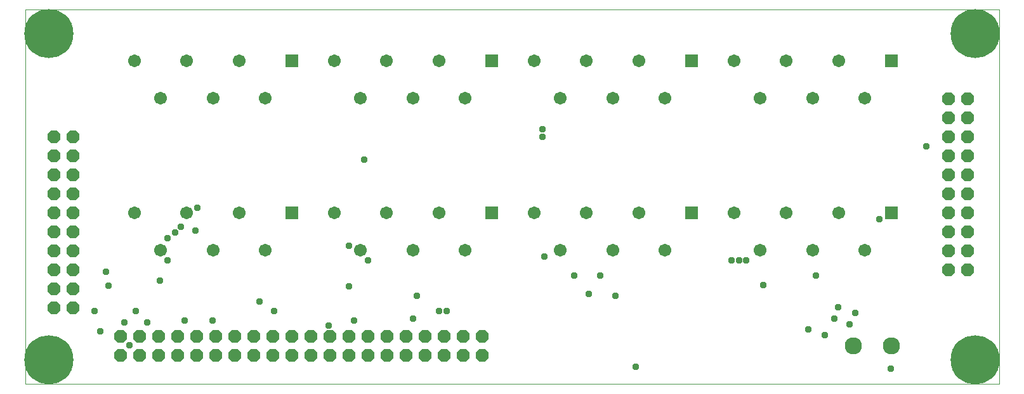
<source format=gts>
G75*
%MOIN*%
%OFA0B0*%
%FSLAX25Y25*%
%IPPOS*%
%LPD*%
%AMOC8*
5,1,8,0,0,1.08239X$1,22.5*
%
%ADD10C,0.00000*%
%ADD11R,0.06737X0.06737*%
%ADD12C,0.06737*%
%ADD13C,0.09050*%
%ADD14OC8,0.06800*%
%ADD15C,0.25800*%
%ADD16C,0.03778*%
D10*
X0001500Y0001500D02*
X0001500Y0198350D01*
X0513311Y0198350D01*
X0513311Y0001500D01*
X0001500Y0001500D01*
D11*
X0141500Y0091500D03*
X0246500Y0091500D03*
X0351500Y0091500D03*
X0456500Y0091500D03*
X0456500Y0171500D03*
X0351500Y0171500D03*
X0246500Y0171500D03*
X0141500Y0171500D03*
D12*
X0163823Y0171500D03*
X0191382Y0171500D03*
X0218941Y0171500D03*
X0232720Y0151815D03*
X0205161Y0151815D03*
X0177602Y0151815D03*
X0127720Y0151815D03*
X0100161Y0151815D03*
X0072602Y0151815D03*
X0058823Y0171500D03*
X0086382Y0171500D03*
X0113941Y0171500D03*
X0268823Y0171500D03*
X0296382Y0171500D03*
X0323941Y0171500D03*
X0337720Y0151815D03*
X0310161Y0151815D03*
X0282602Y0151815D03*
X0373823Y0171500D03*
X0401382Y0171500D03*
X0428941Y0171500D03*
X0442720Y0151815D03*
X0415161Y0151815D03*
X0387602Y0151815D03*
X0373823Y0091500D03*
X0401382Y0091500D03*
X0428941Y0091500D03*
X0442720Y0071815D03*
X0415161Y0071815D03*
X0387602Y0071815D03*
X0337720Y0071815D03*
X0310161Y0071815D03*
X0282602Y0071815D03*
X0232720Y0071815D03*
X0205161Y0071815D03*
X0177602Y0071815D03*
X0163823Y0091500D03*
X0191382Y0091500D03*
X0218941Y0091500D03*
X0268823Y0091500D03*
X0296382Y0091500D03*
X0323941Y0091500D03*
X0127720Y0071815D03*
X0100161Y0071815D03*
X0072602Y0071815D03*
X0058823Y0091500D03*
X0086382Y0091500D03*
X0113941Y0091500D03*
D13*
X0436500Y0021500D03*
X0456500Y0021500D03*
D14*
X0486500Y0061500D03*
X0496500Y0061500D03*
X0496500Y0071500D03*
X0486500Y0071500D03*
X0486500Y0081500D03*
X0496500Y0081500D03*
X0496500Y0091500D03*
X0486500Y0091500D03*
X0486500Y0101500D03*
X0496500Y0101500D03*
X0496500Y0111500D03*
X0486500Y0111500D03*
X0486500Y0121500D03*
X0496500Y0121500D03*
X0496500Y0131500D03*
X0486500Y0131500D03*
X0486500Y0141500D03*
X0496500Y0141500D03*
X0496500Y0151500D03*
X0486500Y0151500D03*
X0241500Y0026500D03*
X0231500Y0026500D03*
X0221500Y0026500D03*
X0211500Y0026500D03*
X0201500Y0026500D03*
X0191500Y0026500D03*
X0181500Y0026500D03*
X0171500Y0026500D03*
X0161500Y0026500D03*
X0151500Y0026500D03*
X0141500Y0026500D03*
X0131500Y0026500D03*
X0121500Y0026500D03*
X0111500Y0026500D03*
X0101500Y0026500D03*
X0091500Y0026500D03*
X0081500Y0026500D03*
X0071500Y0026500D03*
X0061500Y0026500D03*
X0051500Y0026500D03*
X0051500Y0016500D03*
X0061500Y0016500D03*
X0071500Y0016500D03*
X0081500Y0016500D03*
X0091500Y0016500D03*
X0101500Y0016500D03*
X0111500Y0016500D03*
X0121500Y0016500D03*
X0131500Y0016500D03*
X0141500Y0016500D03*
X0151500Y0016500D03*
X0161500Y0016500D03*
X0171500Y0016500D03*
X0181500Y0016500D03*
X0191500Y0016500D03*
X0201500Y0016500D03*
X0211500Y0016500D03*
X0221500Y0016500D03*
X0231500Y0016500D03*
X0241500Y0016500D03*
X0026500Y0041500D03*
X0016500Y0041500D03*
X0016500Y0051500D03*
X0026500Y0051500D03*
X0026500Y0061500D03*
X0016500Y0061500D03*
X0016500Y0071500D03*
X0026500Y0071500D03*
X0026500Y0081500D03*
X0016500Y0081500D03*
X0016500Y0091500D03*
X0026500Y0091500D03*
X0026500Y0101500D03*
X0016500Y0101500D03*
X0016500Y0111500D03*
X0026500Y0111500D03*
X0026500Y0121500D03*
X0016500Y0121500D03*
X0016500Y0131500D03*
X0026500Y0131500D03*
D15*
X0014020Y0185831D03*
X0014020Y0014020D03*
X0500791Y0014020D03*
X0500791Y0185831D03*
D16*
X0474925Y0126500D03*
X0450319Y0088114D03*
X0380437Y0066461D03*
X0376500Y0066461D03*
X0372563Y0066461D03*
X0389295Y0053665D03*
X0416854Y0058587D03*
X0428665Y0041854D03*
X0437524Y0038902D03*
X0426697Y0035949D03*
X0434571Y0032996D03*
X0421776Y0027091D03*
X0412917Y0030043D03*
X0456224Y0009374D03*
X0322366Y0010358D03*
X0311539Y0047760D03*
X0297760Y0048744D03*
X0303665Y0058587D03*
X0289886Y0058587D03*
X0274138Y0068429D03*
X0207209Y0047760D03*
X0219020Y0039886D03*
X0222957Y0039886D03*
X0205240Y0035949D03*
X0174256Y0034925D03*
X0160949Y0032012D03*
X0132406Y0039886D03*
X0124531Y0044807D03*
X0099925Y0034965D03*
X0085161Y0034965D03*
X0065476Y0033980D03*
X0059571Y0039886D03*
X0053665Y0033980D03*
X0040870Y0029059D03*
X0056382Y0021854D03*
X0037917Y0039886D03*
X0045358Y0053075D03*
X0043823Y0060555D03*
X0072366Y0055752D03*
X0076303Y0066461D03*
X0076303Y0078272D03*
X0080240Y0081224D03*
X0083193Y0084177D03*
X0091067Y0082209D03*
X0092051Y0094020D03*
X0171776Y0074335D03*
X0181618Y0066461D03*
X0171776Y0052681D03*
X0179650Y0119610D03*
X0273154Y0131421D03*
X0273154Y0135358D03*
M02*

</source>
